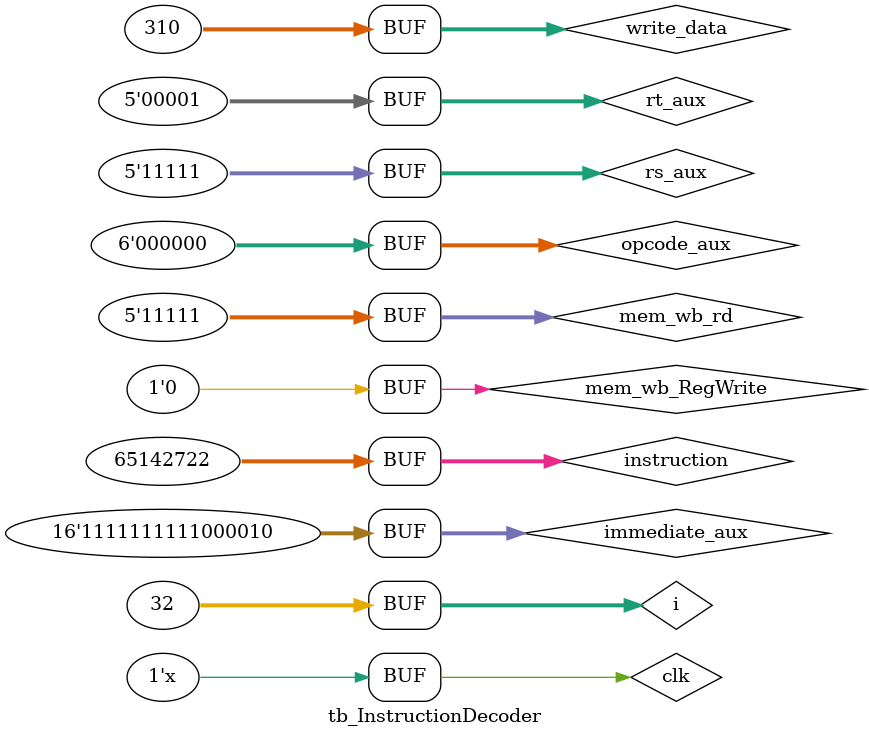
<source format=v>

module tb_InstructionDecoder();

    reg clk;
    reg rst;
    reg [31:0] write_data;
    reg [4:0] mem_wb_rd;
    reg mem_wb_RegWrite;

    reg [4:0] id_ex_rt;
    reg id_ex_MemRead;
    wire PCWrite;
    wire if_id_write;

    wire       RegDst;
    wire [1:0] ALUOp;
    wire       ALUSrc;
    wire       Branch;
    wire       MemRead;
    wire       MemWrite;
    wire       RegWrite;
    wire       MemtoReg;

    wire [31 : 0] read_data_1;
    wire [31 : 0] read_data_2;
    wire [31 : 0] immediate_data_ext;

    wire [4:0] rs;
    wire [4:0] rt;
    wire [4:0] rd;

    wire [32*32 - 1 : 0] rf_regs;


    reg [5:0] opcode_aux;
    reg [4:0] rs_aux;
    reg [4:0] rt_aux;
    reg [15:0] immediate_aux; 
    wire [31:0] instruction = {opcode_aux, rs_aux, rt_aux, immediate_aux};

    integer i;

    localparam RFORMAT = 'b000000;
    localparam LW      = 'b100011;
    localparam SW      = 'b101011;
    localparam BEQ     = 'b000100;

    initial begin
        clk = 1;

        //testing write in registerFile
        mem_wb_RegWrite = 1;
        for(i=0; i<32; i=i+1) begin
            mem_wb_rd = i;
            write_data = i*10;
            #20;
        end
        mem_wb_RegWrite = 0;

        //testing reads
        #20
        for(i=0; i<32; i=i+1) begin
            opcode_aux = RFORMAT;
            rs_aux = i;
            rt_aux = i;
            immediate_aux = 0;
            #20;
        end

        //testing reads out of phase
        #20
        for(i=0; i<32; i=i+1) begin
            opcode_aux = RFORMAT;
            rs_aux = i;
            rt_aux = i+2;
            immediate_aux = 0;
            #20;
        end

        //testing sign ext
        immediate_aux = 28089;
        #20
        immediate_aux = -62;

    end

    always #10 clk = ~clk;

    InstructionDecoder ID_u(
        .clk(clk),
        .rst(rst),
        .i_instruction(instruction),
        .i_write_data(write_data),
        .i_mem_wb_rd(mem_wb_rd),
        .i_mem_wb_RegWrite(mem_wb_RegWrite),
        .i_id_ex_rt(id_ex_rt),
        .i_id_ex_MemRead(id_ex_MemRead),
        .o_PCWrite(PCWrite),
        .o_if_id_write(if_id_write),
        .o_RegDst(RegDst),
        .o_ALUOp(ALUOp),
        .o_ALUSrc(ALUSrc),
        .o_Branch(Branch),
        .o_MemRead(MemRead),
        .o_MemWrite(MemWrite),
        .o_MemtoReg(MemtoReg),
        .o_read_data_1(read_data_1),
        .o_read_data_2(read_data_2),
        .o_immediate_data_ext(immediate_data_ext),
        .o_rs(rs),
        .o_rt(rt),
        .o_rd(rd),
        .o_rf_regs(rf_regs)
    );







endmodule

</source>
